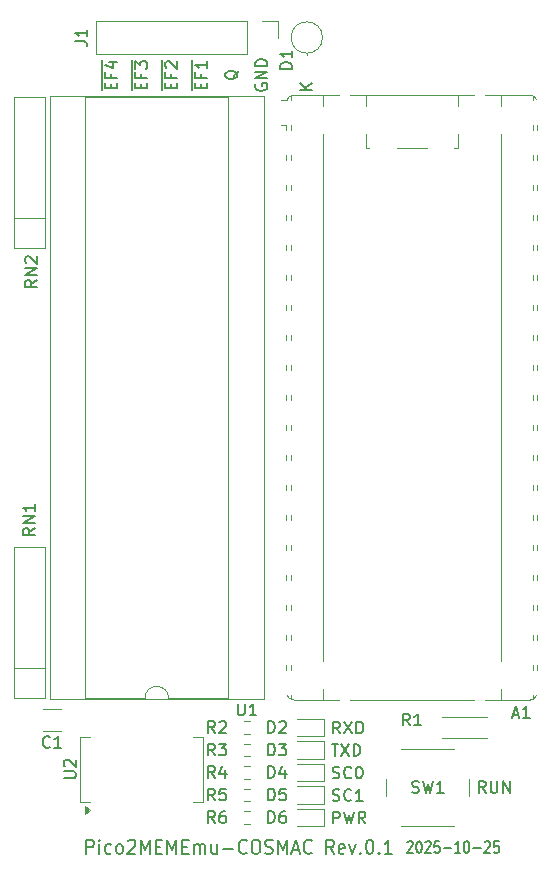
<source format=gto>
G04 #@! TF.GenerationSoftware,KiCad,Pcbnew,9.0.4-9.0.4-0~ubuntu22.04.1*
G04 #@! TF.CreationDate,2025-10-25T09:08:59+09:00*
G04 #@! TF.ProjectId,Pico2MEMEmuCosmac,5069636f-324d-4454-9d45-6d75436f736d,1.0*
G04 #@! TF.SameCoordinates,PX68e7780PY7270e00*
G04 #@! TF.FileFunction,Legend,Top*
G04 #@! TF.FilePolarity,Positive*
%FSLAX46Y46*%
G04 Gerber Fmt 4.6, Leading zero omitted, Abs format (unit mm)*
G04 Created by KiCad (PCBNEW 9.0.4-9.0.4-0~ubuntu22.04.1) date 2025-10-25 09:08:59*
%MOMM*%
%LPD*%
G01*
G04 APERTURE LIST*
%ADD10C,0.150000*%
%ADD11C,0.200000*%
%ADD12C,0.120000*%
G04 APERTURE END LIST*
D10*
X8676009Y65540953D02*
X8676009Y65874286D01*
X9199819Y66017143D02*
X9199819Y65540953D01*
X9199819Y65540953D02*
X8199819Y65540953D01*
X8199819Y65540953D02*
X8199819Y66017143D01*
X8676009Y66779048D02*
X8676009Y66445715D01*
X9199819Y66445715D02*
X8199819Y66445715D01*
X8199819Y66445715D02*
X8199819Y66921905D01*
X8533152Y67731429D02*
X9199819Y67731429D01*
X8152200Y67493334D02*
X8866485Y67255239D01*
X8866485Y67255239D02*
X8866485Y67874286D01*
X7922200Y65402857D02*
X7922200Y67917143D01*
X11216009Y65540953D02*
X11216009Y65874286D01*
X11739819Y66017143D02*
X11739819Y65540953D01*
X11739819Y65540953D02*
X10739819Y65540953D01*
X10739819Y65540953D02*
X10739819Y66017143D01*
X11216009Y66779048D02*
X11216009Y66445715D01*
X11739819Y66445715D02*
X10739819Y66445715D01*
X10739819Y66445715D02*
X10739819Y66921905D01*
X10739819Y67207620D02*
X10739819Y67826667D01*
X10739819Y67826667D02*
X11120771Y67493334D01*
X11120771Y67493334D02*
X11120771Y67636191D01*
X11120771Y67636191D02*
X11168390Y67731429D01*
X11168390Y67731429D02*
X11216009Y67779048D01*
X11216009Y67779048D02*
X11311247Y67826667D01*
X11311247Y67826667D02*
X11549342Y67826667D01*
X11549342Y67826667D02*
X11644580Y67779048D01*
X11644580Y67779048D02*
X11692200Y67731429D01*
X11692200Y67731429D02*
X11739819Y67636191D01*
X11739819Y67636191D02*
X11739819Y67350477D01*
X11739819Y67350477D02*
X11692200Y67255239D01*
X11692200Y67255239D02*
X11644580Y67207620D01*
X10462200Y65402857D02*
X10462200Y67917143D01*
X13756009Y65540953D02*
X13756009Y65874286D01*
X14279819Y66017143D02*
X14279819Y65540953D01*
X14279819Y65540953D02*
X13279819Y65540953D01*
X13279819Y65540953D02*
X13279819Y66017143D01*
X13756009Y66779048D02*
X13756009Y66445715D01*
X14279819Y66445715D02*
X13279819Y66445715D01*
X13279819Y66445715D02*
X13279819Y66921905D01*
X13375057Y67255239D02*
X13327438Y67302858D01*
X13327438Y67302858D02*
X13279819Y67398096D01*
X13279819Y67398096D02*
X13279819Y67636191D01*
X13279819Y67636191D02*
X13327438Y67731429D01*
X13327438Y67731429D02*
X13375057Y67779048D01*
X13375057Y67779048D02*
X13470295Y67826667D01*
X13470295Y67826667D02*
X13565533Y67826667D01*
X13565533Y67826667D02*
X13708390Y67779048D01*
X13708390Y67779048D02*
X14279819Y67207620D01*
X14279819Y67207620D02*
X14279819Y67826667D01*
X13002200Y65402857D02*
X13002200Y67917143D01*
X16296009Y65540953D02*
X16296009Y65874286D01*
X16819819Y66017143D02*
X16819819Y65540953D01*
X16819819Y65540953D02*
X15819819Y65540953D01*
X15819819Y65540953D02*
X15819819Y66017143D01*
X16296009Y66779048D02*
X16296009Y66445715D01*
X16819819Y66445715D02*
X15819819Y66445715D01*
X15819819Y66445715D02*
X15819819Y66921905D01*
X16819819Y67826667D02*
X16819819Y67255239D01*
X16819819Y67540953D02*
X15819819Y67540953D01*
X15819819Y67540953D02*
X15962676Y67445715D01*
X15962676Y67445715D02*
X16057914Y67350477D01*
X16057914Y67350477D02*
X16105533Y67255239D01*
X15542200Y65402857D02*
X15542200Y67917143D01*
X19455057Y67040953D02*
X19407438Y66945715D01*
X19407438Y66945715D02*
X19312200Y66850477D01*
X19312200Y66850477D02*
X19169342Y66707620D01*
X19169342Y66707620D02*
X19121723Y66612382D01*
X19121723Y66612382D02*
X19121723Y66517144D01*
X19359819Y66564763D02*
X19312200Y66469525D01*
X19312200Y66469525D02*
X19216961Y66374287D01*
X19216961Y66374287D02*
X19026485Y66326668D01*
X19026485Y66326668D02*
X18693152Y66326668D01*
X18693152Y66326668D02*
X18502676Y66374287D01*
X18502676Y66374287D02*
X18407438Y66469525D01*
X18407438Y66469525D02*
X18359819Y66564763D01*
X18359819Y66564763D02*
X18359819Y66755239D01*
X18359819Y66755239D02*
X18407438Y66850477D01*
X18407438Y66850477D02*
X18502676Y66945715D01*
X18502676Y66945715D02*
X18693152Y66993334D01*
X18693152Y66993334D02*
X19026485Y66993334D01*
X19026485Y66993334D02*
X19216961Y66945715D01*
X19216961Y66945715D02*
X19312200Y66850477D01*
X19312200Y66850477D02*
X19359819Y66755239D01*
X19359819Y66755239D02*
X19359819Y66564763D01*
X20947438Y65898096D02*
X20899819Y65802858D01*
X20899819Y65802858D02*
X20899819Y65660001D01*
X20899819Y65660001D02*
X20947438Y65517144D01*
X20947438Y65517144D02*
X21042676Y65421906D01*
X21042676Y65421906D02*
X21137914Y65374287D01*
X21137914Y65374287D02*
X21328390Y65326668D01*
X21328390Y65326668D02*
X21471247Y65326668D01*
X21471247Y65326668D02*
X21661723Y65374287D01*
X21661723Y65374287D02*
X21756961Y65421906D01*
X21756961Y65421906D02*
X21852200Y65517144D01*
X21852200Y65517144D02*
X21899819Y65660001D01*
X21899819Y65660001D02*
X21899819Y65755239D01*
X21899819Y65755239D02*
X21852200Y65898096D01*
X21852200Y65898096D02*
X21804580Y65945715D01*
X21804580Y65945715D02*
X21471247Y65945715D01*
X21471247Y65945715D02*
X21471247Y65755239D01*
X21899819Y66374287D02*
X20899819Y66374287D01*
X20899819Y66374287D02*
X21899819Y66945715D01*
X21899819Y66945715D02*
X20899819Y66945715D01*
X21899819Y67421906D02*
X20899819Y67421906D01*
X20899819Y67421906D02*
X20899819Y67660001D01*
X20899819Y67660001D02*
X20947438Y67802858D01*
X20947438Y67802858D02*
X21042676Y67898096D01*
X21042676Y67898096D02*
X21137914Y67945715D01*
X21137914Y67945715D02*
X21328390Y67993334D01*
X21328390Y67993334D02*
X21471247Y67993334D01*
X21471247Y67993334D02*
X21661723Y67945715D01*
X21661723Y67945715D02*
X21756961Y67898096D01*
X21756961Y67898096D02*
X21852200Y67802858D01*
X21852200Y67802858D02*
X21899819Y67660001D01*
X21899819Y67660001D02*
X21899819Y67421906D01*
X40391904Y5880181D02*
X40058571Y6356372D01*
X39820476Y5880181D02*
X39820476Y6880181D01*
X39820476Y6880181D02*
X40201428Y6880181D01*
X40201428Y6880181D02*
X40296666Y6832562D01*
X40296666Y6832562D02*
X40344285Y6784943D01*
X40344285Y6784943D02*
X40391904Y6689705D01*
X40391904Y6689705D02*
X40391904Y6546848D01*
X40391904Y6546848D02*
X40344285Y6451610D01*
X40344285Y6451610D02*
X40296666Y6403991D01*
X40296666Y6403991D02*
X40201428Y6356372D01*
X40201428Y6356372D02*
X39820476Y6356372D01*
X40820476Y6880181D02*
X40820476Y6070658D01*
X40820476Y6070658D02*
X40868095Y5975420D01*
X40868095Y5975420D02*
X40915714Y5927800D01*
X40915714Y5927800D02*
X41010952Y5880181D01*
X41010952Y5880181D02*
X41201428Y5880181D01*
X41201428Y5880181D02*
X41296666Y5927800D01*
X41296666Y5927800D02*
X41344285Y5975420D01*
X41344285Y5975420D02*
X41391904Y6070658D01*
X41391904Y6070658D02*
X41391904Y6880181D01*
X41868095Y5880181D02*
X41868095Y6880181D01*
X41868095Y6880181D02*
X42439523Y5880181D01*
X42439523Y5880181D02*
X42439523Y6880181D01*
X27496779Y3290181D02*
X27496779Y4290181D01*
X27496779Y4290181D02*
X27877731Y4290181D01*
X27877731Y4290181D02*
X27972969Y4242562D01*
X27972969Y4242562D02*
X28020588Y4194943D01*
X28020588Y4194943D02*
X28068207Y4099705D01*
X28068207Y4099705D02*
X28068207Y3956848D01*
X28068207Y3956848D02*
X28020588Y3861610D01*
X28020588Y3861610D02*
X27972969Y3813991D01*
X27972969Y3813991D02*
X27877731Y3766372D01*
X27877731Y3766372D02*
X27496779Y3766372D01*
X28401541Y4290181D02*
X28639636Y3290181D01*
X28639636Y3290181D02*
X28830112Y4004467D01*
X28830112Y4004467D02*
X29020588Y3290181D01*
X29020588Y3290181D02*
X29258684Y4290181D01*
X30211064Y3290181D02*
X29877731Y3766372D01*
X29639636Y3290181D02*
X29639636Y4290181D01*
X29639636Y4290181D02*
X30020588Y4290181D01*
X30020588Y4290181D02*
X30115826Y4242562D01*
X30115826Y4242562D02*
X30163445Y4194943D01*
X30163445Y4194943D02*
X30211064Y4099705D01*
X30211064Y4099705D02*
X30211064Y3956848D01*
X30211064Y3956848D02*
X30163445Y3861610D01*
X30163445Y3861610D02*
X30115826Y3813991D01*
X30115826Y3813991D02*
X30020588Y3766372D01*
X30020588Y3766372D02*
X29639636Y3766372D01*
X28068207Y10910181D02*
X27734874Y11386372D01*
X27496779Y10910181D02*
X27496779Y11910181D01*
X27496779Y11910181D02*
X27877731Y11910181D01*
X27877731Y11910181D02*
X27972969Y11862562D01*
X27972969Y11862562D02*
X28020588Y11814943D01*
X28020588Y11814943D02*
X28068207Y11719705D01*
X28068207Y11719705D02*
X28068207Y11576848D01*
X28068207Y11576848D02*
X28020588Y11481610D01*
X28020588Y11481610D02*
X27972969Y11433991D01*
X27972969Y11433991D02*
X27877731Y11386372D01*
X27877731Y11386372D02*
X27496779Y11386372D01*
X28401541Y11910181D02*
X29068207Y10910181D01*
X29068207Y11910181D02*
X28401541Y10910181D01*
X29449160Y10910181D02*
X29449160Y11910181D01*
X29449160Y11910181D02*
X29687255Y11910181D01*
X29687255Y11910181D02*
X29830112Y11862562D01*
X29830112Y11862562D02*
X29925350Y11767324D01*
X29925350Y11767324D02*
X29972969Y11672086D01*
X29972969Y11672086D02*
X30020588Y11481610D01*
X30020588Y11481610D02*
X30020588Y11338753D01*
X30020588Y11338753D02*
X29972969Y11148277D01*
X29972969Y11148277D02*
X29925350Y11053039D01*
X29925350Y11053039D02*
X29830112Y10957800D01*
X29830112Y10957800D02*
X29687255Y10910181D01*
X29687255Y10910181D02*
X29449160Y10910181D01*
D11*
X6598482Y710258D02*
X6598482Y1910258D01*
X6598482Y1910258D02*
X7017530Y1910258D01*
X7017530Y1910258D02*
X7122292Y1853115D01*
X7122292Y1853115D02*
X7174673Y1795972D01*
X7174673Y1795972D02*
X7227054Y1681686D01*
X7227054Y1681686D02*
X7227054Y1510258D01*
X7227054Y1510258D02*
X7174673Y1395972D01*
X7174673Y1395972D02*
X7122292Y1338829D01*
X7122292Y1338829D02*
X7017530Y1281686D01*
X7017530Y1281686D02*
X6598482Y1281686D01*
X7698482Y710258D02*
X7698482Y1510258D01*
X7698482Y1910258D02*
X7646101Y1853115D01*
X7646101Y1853115D02*
X7698482Y1795972D01*
X7698482Y1795972D02*
X7750863Y1853115D01*
X7750863Y1853115D02*
X7698482Y1910258D01*
X7698482Y1910258D02*
X7698482Y1795972D01*
X8693721Y767400D02*
X8588959Y710258D01*
X8588959Y710258D02*
X8379435Y710258D01*
X8379435Y710258D02*
X8274673Y767400D01*
X8274673Y767400D02*
X8222292Y824543D01*
X8222292Y824543D02*
X8169911Y938829D01*
X8169911Y938829D02*
X8169911Y1281686D01*
X8169911Y1281686D02*
X8222292Y1395972D01*
X8222292Y1395972D02*
X8274673Y1453115D01*
X8274673Y1453115D02*
X8379435Y1510258D01*
X8379435Y1510258D02*
X8588959Y1510258D01*
X8588959Y1510258D02*
X8693721Y1453115D01*
X9322292Y710258D02*
X9217530Y767400D01*
X9217530Y767400D02*
X9165149Y824543D01*
X9165149Y824543D02*
X9112768Y938829D01*
X9112768Y938829D02*
X9112768Y1281686D01*
X9112768Y1281686D02*
X9165149Y1395972D01*
X9165149Y1395972D02*
X9217530Y1453115D01*
X9217530Y1453115D02*
X9322292Y1510258D01*
X9322292Y1510258D02*
X9479435Y1510258D01*
X9479435Y1510258D02*
X9584197Y1453115D01*
X9584197Y1453115D02*
X9636578Y1395972D01*
X9636578Y1395972D02*
X9688959Y1281686D01*
X9688959Y1281686D02*
X9688959Y938829D01*
X9688959Y938829D02*
X9636578Y824543D01*
X9636578Y824543D02*
X9584197Y767400D01*
X9584197Y767400D02*
X9479435Y710258D01*
X9479435Y710258D02*
X9322292Y710258D01*
X10108006Y1795972D02*
X10160387Y1853115D01*
X10160387Y1853115D02*
X10265149Y1910258D01*
X10265149Y1910258D02*
X10527054Y1910258D01*
X10527054Y1910258D02*
X10631816Y1853115D01*
X10631816Y1853115D02*
X10684197Y1795972D01*
X10684197Y1795972D02*
X10736578Y1681686D01*
X10736578Y1681686D02*
X10736578Y1567400D01*
X10736578Y1567400D02*
X10684197Y1395972D01*
X10684197Y1395972D02*
X10055625Y710258D01*
X10055625Y710258D02*
X10736578Y710258D01*
X11208006Y710258D02*
X11208006Y1910258D01*
X11208006Y1910258D02*
X11574673Y1053115D01*
X11574673Y1053115D02*
X11941340Y1910258D01*
X11941340Y1910258D02*
X11941340Y710258D01*
X12465149Y1338829D02*
X12831816Y1338829D01*
X12988959Y710258D02*
X12465149Y710258D01*
X12465149Y710258D02*
X12465149Y1910258D01*
X12465149Y1910258D02*
X12988959Y1910258D01*
X13460387Y710258D02*
X13460387Y1910258D01*
X13460387Y1910258D02*
X13827054Y1053115D01*
X13827054Y1053115D02*
X14193721Y1910258D01*
X14193721Y1910258D02*
X14193721Y710258D01*
X14717530Y1338829D02*
X15084197Y1338829D01*
X15241340Y710258D02*
X14717530Y710258D01*
X14717530Y710258D02*
X14717530Y1910258D01*
X14717530Y1910258D02*
X15241340Y1910258D01*
X15712768Y710258D02*
X15712768Y1510258D01*
X15712768Y1395972D02*
X15765149Y1453115D01*
X15765149Y1453115D02*
X15869911Y1510258D01*
X15869911Y1510258D02*
X16027054Y1510258D01*
X16027054Y1510258D02*
X16131816Y1453115D01*
X16131816Y1453115D02*
X16184197Y1338829D01*
X16184197Y1338829D02*
X16184197Y710258D01*
X16184197Y1338829D02*
X16236578Y1453115D01*
X16236578Y1453115D02*
X16341340Y1510258D01*
X16341340Y1510258D02*
X16498483Y1510258D01*
X16498483Y1510258D02*
X16603244Y1453115D01*
X16603244Y1453115D02*
X16655625Y1338829D01*
X16655625Y1338829D02*
X16655625Y710258D01*
X17650864Y1510258D02*
X17650864Y710258D01*
X17179435Y1510258D02*
X17179435Y881686D01*
X17179435Y881686D02*
X17231816Y767400D01*
X17231816Y767400D02*
X17336578Y710258D01*
X17336578Y710258D02*
X17493721Y710258D01*
X17493721Y710258D02*
X17598483Y767400D01*
X17598483Y767400D02*
X17650864Y824543D01*
X18174673Y1167400D02*
X19012769Y1167400D01*
X20165150Y824543D02*
X20112769Y767400D01*
X20112769Y767400D02*
X19955626Y710258D01*
X19955626Y710258D02*
X19850864Y710258D01*
X19850864Y710258D02*
X19693721Y767400D01*
X19693721Y767400D02*
X19588959Y881686D01*
X19588959Y881686D02*
X19536578Y995972D01*
X19536578Y995972D02*
X19484197Y1224543D01*
X19484197Y1224543D02*
X19484197Y1395972D01*
X19484197Y1395972D02*
X19536578Y1624543D01*
X19536578Y1624543D02*
X19588959Y1738829D01*
X19588959Y1738829D02*
X19693721Y1853115D01*
X19693721Y1853115D02*
X19850864Y1910258D01*
X19850864Y1910258D02*
X19955626Y1910258D01*
X19955626Y1910258D02*
X20112769Y1853115D01*
X20112769Y1853115D02*
X20165150Y1795972D01*
X20846102Y1910258D02*
X21055626Y1910258D01*
X21055626Y1910258D02*
X21160388Y1853115D01*
X21160388Y1853115D02*
X21265150Y1738829D01*
X21265150Y1738829D02*
X21317531Y1510258D01*
X21317531Y1510258D02*
X21317531Y1110258D01*
X21317531Y1110258D02*
X21265150Y881686D01*
X21265150Y881686D02*
X21160388Y767400D01*
X21160388Y767400D02*
X21055626Y710258D01*
X21055626Y710258D02*
X20846102Y710258D01*
X20846102Y710258D02*
X20741340Y767400D01*
X20741340Y767400D02*
X20636578Y881686D01*
X20636578Y881686D02*
X20584197Y1110258D01*
X20584197Y1110258D02*
X20584197Y1510258D01*
X20584197Y1510258D02*
X20636578Y1738829D01*
X20636578Y1738829D02*
X20741340Y1853115D01*
X20741340Y1853115D02*
X20846102Y1910258D01*
X21736578Y767400D02*
X21893721Y710258D01*
X21893721Y710258D02*
X22155626Y710258D01*
X22155626Y710258D02*
X22260388Y767400D01*
X22260388Y767400D02*
X22312769Y824543D01*
X22312769Y824543D02*
X22365150Y938829D01*
X22365150Y938829D02*
X22365150Y1053115D01*
X22365150Y1053115D02*
X22312769Y1167400D01*
X22312769Y1167400D02*
X22260388Y1224543D01*
X22260388Y1224543D02*
X22155626Y1281686D01*
X22155626Y1281686D02*
X21946102Y1338829D01*
X21946102Y1338829D02*
X21841340Y1395972D01*
X21841340Y1395972D02*
X21788959Y1453115D01*
X21788959Y1453115D02*
X21736578Y1567400D01*
X21736578Y1567400D02*
X21736578Y1681686D01*
X21736578Y1681686D02*
X21788959Y1795972D01*
X21788959Y1795972D02*
X21841340Y1853115D01*
X21841340Y1853115D02*
X21946102Y1910258D01*
X21946102Y1910258D02*
X22208007Y1910258D01*
X22208007Y1910258D02*
X22365150Y1853115D01*
X22836578Y710258D02*
X22836578Y1910258D01*
X22836578Y1910258D02*
X23203245Y1053115D01*
X23203245Y1053115D02*
X23569912Y1910258D01*
X23569912Y1910258D02*
X23569912Y710258D01*
X24041340Y1053115D02*
X24565150Y1053115D01*
X23936578Y710258D02*
X24303245Y1910258D01*
X24303245Y1910258D02*
X24669912Y710258D01*
X25665150Y824543D02*
X25612769Y767400D01*
X25612769Y767400D02*
X25455626Y710258D01*
X25455626Y710258D02*
X25350864Y710258D01*
X25350864Y710258D02*
X25193721Y767400D01*
X25193721Y767400D02*
X25088959Y881686D01*
X25088959Y881686D02*
X25036578Y995972D01*
X25036578Y995972D02*
X24984197Y1224543D01*
X24984197Y1224543D02*
X24984197Y1395972D01*
X24984197Y1395972D02*
X25036578Y1624543D01*
X25036578Y1624543D02*
X25088959Y1738829D01*
X25088959Y1738829D02*
X25193721Y1853115D01*
X25193721Y1853115D02*
X25350864Y1910258D01*
X25350864Y1910258D02*
X25455626Y1910258D01*
X25455626Y1910258D02*
X25612769Y1853115D01*
X25612769Y1853115D02*
X25665150Y1795972D01*
D10*
X27353922Y10005181D02*
X27925350Y10005181D01*
X27639636Y9005181D02*
X27639636Y10005181D01*
X28163446Y10005181D02*
X28830112Y9005181D01*
X28830112Y10005181D02*
X28163446Y9005181D01*
X29211065Y9005181D02*
X29211065Y10005181D01*
X29211065Y10005181D02*
X29449160Y10005181D01*
X29449160Y10005181D02*
X29592017Y9957562D01*
X29592017Y9957562D02*
X29687255Y9862324D01*
X29687255Y9862324D02*
X29734874Y9767086D01*
X29734874Y9767086D02*
X29782493Y9576610D01*
X29782493Y9576610D02*
X29782493Y9433753D01*
X29782493Y9433753D02*
X29734874Y9243277D01*
X29734874Y9243277D02*
X29687255Y9148039D01*
X29687255Y9148039D02*
X29592017Y9052800D01*
X29592017Y9052800D02*
X29449160Y9005181D01*
X29449160Y9005181D02*
X29211065Y9005181D01*
X27449160Y5242800D02*
X27592017Y5195181D01*
X27592017Y5195181D02*
X27830112Y5195181D01*
X27830112Y5195181D02*
X27925350Y5242800D01*
X27925350Y5242800D02*
X27972969Y5290420D01*
X27972969Y5290420D02*
X28020588Y5385658D01*
X28020588Y5385658D02*
X28020588Y5480896D01*
X28020588Y5480896D02*
X27972969Y5576134D01*
X27972969Y5576134D02*
X27925350Y5623753D01*
X27925350Y5623753D02*
X27830112Y5671372D01*
X27830112Y5671372D02*
X27639636Y5718991D01*
X27639636Y5718991D02*
X27544398Y5766610D01*
X27544398Y5766610D02*
X27496779Y5814229D01*
X27496779Y5814229D02*
X27449160Y5909467D01*
X27449160Y5909467D02*
X27449160Y6004705D01*
X27449160Y6004705D02*
X27496779Y6099943D01*
X27496779Y6099943D02*
X27544398Y6147562D01*
X27544398Y6147562D02*
X27639636Y6195181D01*
X27639636Y6195181D02*
X27877731Y6195181D01*
X27877731Y6195181D02*
X28020588Y6147562D01*
X29020588Y5290420D02*
X28972969Y5242800D01*
X28972969Y5242800D02*
X28830112Y5195181D01*
X28830112Y5195181D02*
X28734874Y5195181D01*
X28734874Y5195181D02*
X28592017Y5242800D01*
X28592017Y5242800D02*
X28496779Y5338039D01*
X28496779Y5338039D02*
X28449160Y5433277D01*
X28449160Y5433277D02*
X28401541Y5623753D01*
X28401541Y5623753D02*
X28401541Y5766610D01*
X28401541Y5766610D02*
X28449160Y5957086D01*
X28449160Y5957086D02*
X28496779Y6052324D01*
X28496779Y6052324D02*
X28592017Y6147562D01*
X28592017Y6147562D02*
X28734874Y6195181D01*
X28734874Y6195181D02*
X28830112Y6195181D01*
X28830112Y6195181D02*
X28972969Y6147562D01*
X28972969Y6147562D02*
X29020588Y6099943D01*
X29972969Y5195181D02*
X29401541Y5195181D01*
X29687255Y5195181D02*
X29687255Y6195181D01*
X29687255Y6195181D02*
X29592017Y6052324D01*
X29592017Y6052324D02*
X29496779Y5957086D01*
X29496779Y5957086D02*
X29401541Y5909467D01*
X27449160Y7147800D02*
X27592017Y7100181D01*
X27592017Y7100181D02*
X27830112Y7100181D01*
X27830112Y7100181D02*
X27925350Y7147800D01*
X27925350Y7147800D02*
X27972969Y7195420D01*
X27972969Y7195420D02*
X28020588Y7290658D01*
X28020588Y7290658D02*
X28020588Y7385896D01*
X28020588Y7385896D02*
X27972969Y7481134D01*
X27972969Y7481134D02*
X27925350Y7528753D01*
X27925350Y7528753D02*
X27830112Y7576372D01*
X27830112Y7576372D02*
X27639636Y7623991D01*
X27639636Y7623991D02*
X27544398Y7671610D01*
X27544398Y7671610D02*
X27496779Y7719229D01*
X27496779Y7719229D02*
X27449160Y7814467D01*
X27449160Y7814467D02*
X27449160Y7909705D01*
X27449160Y7909705D02*
X27496779Y8004943D01*
X27496779Y8004943D02*
X27544398Y8052562D01*
X27544398Y8052562D02*
X27639636Y8100181D01*
X27639636Y8100181D02*
X27877731Y8100181D01*
X27877731Y8100181D02*
X28020588Y8052562D01*
X29020588Y7195420D02*
X28972969Y7147800D01*
X28972969Y7147800D02*
X28830112Y7100181D01*
X28830112Y7100181D02*
X28734874Y7100181D01*
X28734874Y7100181D02*
X28592017Y7147800D01*
X28592017Y7147800D02*
X28496779Y7243039D01*
X28496779Y7243039D02*
X28449160Y7338277D01*
X28449160Y7338277D02*
X28401541Y7528753D01*
X28401541Y7528753D02*
X28401541Y7671610D01*
X28401541Y7671610D02*
X28449160Y7862086D01*
X28449160Y7862086D02*
X28496779Y7957324D01*
X28496779Y7957324D02*
X28592017Y8052562D01*
X28592017Y8052562D02*
X28734874Y8100181D01*
X28734874Y8100181D02*
X28830112Y8100181D01*
X28830112Y8100181D02*
X28972969Y8052562D01*
X28972969Y8052562D02*
X29020588Y8004943D01*
X29639636Y8100181D02*
X29734874Y8100181D01*
X29734874Y8100181D02*
X29830112Y8052562D01*
X29830112Y8052562D02*
X29877731Y8004943D01*
X29877731Y8004943D02*
X29925350Y7909705D01*
X29925350Y7909705D02*
X29972969Y7719229D01*
X29972969Y7719229D02*
X29972969Y7481134D01*
X29972969Y7481134D02*
X29925350Y7290658D01*
X29925350Y7290658D02*
X29877731Y7195420D01*
X29877731Y7195420D02*
X29830112Y7147800D01*
X29830112Y7147800D02*
X29734874Y7100181D01*
X29734874Y7100181D02*
X29639636Y7100181D01*
X29639636Y7100181D02*
X29544398Y7147800D01*
X29544398Y7147800D02*
X29496779Y7195420D01*
X29496779Y7195420D02*
X29449160Y7290658D01*
X29449160Y7290658D02*
X29401541Y7481134D01*
X29401541Y7481134D02*
X29401541Y7719229D01*
X29401541Y7719229D02*
X29449160Y7909705D01*
X29449160Y7909705D02*
X29496779Y8004943D01*
X29496779Y8004943D02*
X29544398Y8052562D01*
X29544398Y8052562D02*
X29639636Y8100181D01*
X33761064Y1704943D02*
X33799160Y1752562D01*
X33799160Y1752562D02*
X33875350Y1800181D01*
X33875350Y1800181D02*
X34065826Y1800181D01*
X34065826Y1800181D02*
X34142017Y1752562D01*
X34142017Y1752562D02*
X34180112Y1704943D01*
X34180112Y1704943D02*
X34218207Y1609705D01*
X34218207Y1609705D02*
X34218207Y1514467D01*
X34218207Y1514467D02*
X34180112Y1371610D01*
X34180112Y1371610D02*
X33722969Y800181D01*
X33722969Y800181D02*
X34218207Y800181D01*
X34713446Y1800181D02*
X34789636Y1800181D01*
X34789636Y1800181D02*
X34865827Y1752562D01*
X34865827Y1752562D02*
X34903922Y1704943D01*
X34903922Y1704943D02*
X34942017Y1609705D01*
X34942017Y1609705D02*
X34980112Y1419229D01*
X34980112Y1419229D02*
X34980112Y1181134D01*
X34980112Y1181134D02*
X34942017Y990658D01*
X34942017Y990658D02*
X34903922Y895420D01*
X34903922Y895420D02*
X34865827Y847800D01*
X34865827Y847800D02*
X34789636Y800181D01*
X34789636Y800181D02*
X34713446Y800181D01*
X34713446Y800181D02*
X34637255Y847800D01*
X34637255Y847800D02*
X34599160Y895420D01*
X34599160Y895420D02*
X34561065Y990658D01*
X34561065Y990658D02*
X34522969Y1181134D01*
X34522969Y1181134D02*
X34522969Y1419229D01*
X34522969Y1419229D02*
X34561065Y1609705D01*
X34561065Y1609705D02*
X34599160Y1704943D01*
X34599160Y1704943D02*
X34637255Y1752562D01*
X34637255Y1752562D02*
X34713446Y1800181D01*
X35284874Y1704943D02*
X35322970Y1752562D01*
X35322970Y1752562D02*
X35399160Y1800181D01*
X35399160Y1800181D02*
X35589636Y1800181D01*
X35589636Y1800181D02*
X35665827Y1752562D01*
X35665827Y1752562D02*
X35703922Y1704943D01*
X35703922Y1704943D02*
X35742017Y1609705D01*
X35742017Y1609705D02*
X35742017Y1514467D01*
X35742017Y1514467D02*
X35703922Y1371610D01*
X35703922Y1371610D02*
X35246779Y800181D01*
X35246779Y800181D02*
X35742017Y800181D01*
X36465827Y1800181D02*
X36084875Y1800181D01*
X36084875Y1800181D02*
X36046779Y1323991D01*
X36046779Y1323991D02*
X36084875Y1371610D01*
X36084875Y1371610D02*
X36161065Y1419229D01*
X36161065Y1419229D02*
X36351541Y1419229D01*
X36351541Y1419229D02*
X36427732Y1371610D01*
X36427732Y1371610D02*
X36465827Y1323991D01*
X36465827Y1323991D02*
X36503922Y1228753D01*
X36503922Y1228753D02*
X36503922Y990658D01*
X36503922Y990658D02*
X36465827Y895420D01*
X36465827Y895420D02*
X36427732Y847800D01*
X36427732Y847800D02*
X36351541Y800181D01*
X36351541Y800181D02*
X36161065Y800181D01*
X36161065Y800181D02*
X36084875Y847800D01*
X36084875Y847800D02*
X36046779Y895420D01*
X36846780Y1181134D02*
X37456304Y1181134D01*
X38256303Y800181D02*
X37799160Y800181D01*
X38027732Y800181D02*
X38027732Y1800181D01*
X38027732Y1800181D02*
X37951541Y1657324D01*
X37951541Y1657324D02*
X37875351Y1562086D01*
X37875351Y1562086D02*
X37799160Y1514467D01*
X38751542Y1800181D02*
X38827732Y1800181D01*
X38827732Y1800181D02*
X38903923Y1752562D01*
X38903923Y1752562D02*
X38942018Y1704943D01*
X38942018Y1704943D02*
X38980113Y1609705D01*
X38980113Y1609705D02*
X39018208Y1419229D01*
X39018208Y1419229D02*
X39018208Y1181134D01*
X39018208Y1181134D02*
X38980113Y990658D01*
X38980113Y990658D02*
X38942018Y895420D01*
X38942018Y895420D02*
X38903923Y847800D01*
X38903923Y847800D02*
X38827732Y800181D01*
X38827732Y800181D02*
X38751542Y800181D01*
X38751542Y800181D02*
X38675351Y847800D01*
X38675351Y847800D02*
X38637256Y895420D01*
X38637256Y895420D02*
X38599161Y990658D01*
X38599161Y990658D02*
X38561065Y1181134D01*
X38561065Y1181134D02*
X38561065Y1419229D01*
X38561065Y1419229D02*
X38599161Y1609705D01*
X38599161Y1609705D02*
X38637256Y1704943D01*
X38637256Y1704943D02*
X38675351Y1752562D01*
X38675351Y1752562D02*
X38751542Y1800181D01*
X39361066Y1181134D02*
X39970590Y1181134D01*
X40313446Y1704943D02*
X40351542Y1752562D01*
X40351542Y1752562D02*
X40427732Y1800181D01*
X40427732Y1800181D02*
X40618208Y1800181D01*
X40618208Y1800181D02*
X40694399Y1752562D01*
X40694399Y1752562D02*
X40732494Y1704943D01*
X40732494Y1704943D02*
X40770589Y1609705D01*
X40770589Y1609705D02*
X40770589Y1514467D01*
X40770589Y1514467D02*
X40732494Y1371610D01*
X40732494Y1371610D02*
X40275351Y800181D01*
X40275351Y800181D02*
X40770589Y800181D01*
X41494399Y1800181D02*
X41113447Y1800181D01*
X41113447Y1800181D02*
X41075351Y1323991D01*
X41075351Y1323991D02*
X41113447Y1371610D01*
X41113447Y1371610D02*
X41189637Y1419229D01*
X41189637Y1419229D02*
X41380113Y1419229D01*
X41380113Y1419229D02*
X41456304Y1371610D01*
X41456304Y1371610D02*
X41494399Y1323991D01*
X41494399Y1323991D02*
X41532494Y1228753D01*
X41532494Y1228753D02*
X41532494Y990658D01*
X41532494Y990658D02*
X41494399Y895420D01*
X41494399Y895420D02*
X41456304Y847800D01*
X41456304Y847800D02*
X41380113Y800181D01*
X41380113Y800181D02*
X41189637Y800181D01*
X41189637Y800181D02*
X41113447Y847800D01*
X41113447Y847800D02*
X41075351Y895420D01*
D11*
X27547054Y710258D02*
X27180387Y1281686D01*
X26918482Y710258D02*
X26918482Y1910258D01*
X26918482Y1910258D02*
X27337530Y1910258D01*
X27337530Y1910258D02*
X27442292Y1853115D01*
X27442292Y1853115D02*
X27494673Y1795972D01*
X27494673Y1795972D02*
X27547054Y1681686D01*
X27547054Y1681686D02*
X27547054Y1510258D01*
X27547054Y1510258D02*
X27494673Y1395972D01*
X27494673Y1395972D02*
X27442292Y1338829D01*
X27442292Y1338829D02*
X27337530Y1281686D01*
X27337530Y1281686D02*
X26918482Y1281686D01*
X28437530Y767400D02*
X28332768Y710258D01*
X28332768Y710258D02*
X28123244Y710258D01*
X28123244Y710258D02*
X28018482Y767400D01*
X28018482Y767400D02*
X27966101Y881686D01*
X27966101Y881686D02*
X27966101Y1338829D01*
X27966101Y1338829D02*
X28018482Y1453115D01*
X28018482Y1453115D02*
X28123244Y1510258D01*
X28123244Y1510258D02*
X28332768Y1510258D01*
X28332768Y1510258D02*
X28437530Y1453115D01*
X28437530Y1453115D02*
X28489911Y1338829D01*
X28489911Y1338829D02*
X28489911Y1224543D01*
X28489911Y1224543D02*
X27966101Y1110258D01*
X28856577Y1510258D02*
X29118482Y710258D01*
X29118482Y710258D02*
X29380387Y1510258D01*
X29799434Y824543D02*
X29851815Y767400D01*
X29851815Y767400D02*
X29799434Y710258D01*
X29799434Y710258D02*
X29747053Y767400D01*
X29747053Y767400D02*
X29799434Y824543D01*
X29799434Y824543D02*
X29799434Y710258D01*
X30532768Y1910258D02*
X30637530Y1910258D01*
X30637530Y1910258D02*
X30742292Y1853115D01*
X30742292Y1853115D02*
X30794673Y1795972D01*
X30794673Y1795972D02*
X30847054Y1681686D01*
X30847054Y1681686D02*
X30899435Y1453115D01*
X30899435Y1453115D02*
X30899435Y1167400D01*
X30899435Y1167400D02*
X30847054Y938829D01*
X30847054Y938829D02*
X30794673Y824543D01*
X30794673Y824543D02*
X30742292Y767400D01*
X30742292Y767400D02*
X30637530Y710258D01*
X30637530Y710258D02*
X30532768Y710258D01*
X30532768Y710258D02*
X30428006Y767400D01*
X30428006Y767400D02*
X30375625Y824543D01*
X30375625Y824543D02*
X30323244Y938829D01*
X30323244Y938829D02*
X30270863Y1167400D01*
X30270863Y1167400D02*
X30270863Y1453115D01*
X30270863Y1453115D02*
X30323244Y1681686D01*
X30323244Y1681686D02*
X30375625Y1795972D01*
X30375625Y1795972D02*
X30428006Y1853115D01*
X30428006Y1853115D02*
X30532768Y1910258D01*
X31370863Y824543D02*
X31423244Y767400D01*
X31423244Y767400D02*
X31370863Y710258D01*
X31370863Y710258D02*
X31318482Y767400D01*
X31318482Y767400D02*
X31370863Y824543D01*
X31370863Y824543D02*
X31370863Y710258D01*
X32470864Y710258D02*
X31842292Y710258D01*
X32156578Y710258D02*
X32156578Y1910258D01*
X32156578Y1910258D02*
X32051816Y1738829D01*
X32051816Y1738829D02*
X31947054Y1624543D01*
X31947054Y1624543D02*
X31842292Y1567400D01*
D10*
X4689819Y7130596D02*
X5499342Y7130596D01*
X5499342Y7130596D02*
X5594580Y7178215D01*
X5594580Y7178215D02*
X5642200Y7225834D01*
X5642200Y7225834D02*
X5689819Y7321072D01*
X5689819Y7321072D02*
X5689819Y7511548D01*
X5689819Y7511548D02*
X5642200Y7606786D01*
X5642200Y7606786D02*
X5594580Y7654405D01*
X5594580Y7654405D02*
X5499342Y7702024D01*
X5499342Y7702024D02*
X4689819Y7702024D01*
X4785057Y8130596D02*
X4737438Y8178215D01*
X4737438Y8178215D02*
X4689819Y8273453D01*
X4689819Y8273453D02*
X4689819Y8511548D01*
X4689819Y8511548D02*
X4737438Y8606786D01*
X4737438Y8606786D02*
X4785057Y8654405D01*
X4785057Y8654405D02*
X4880295Y8702024D01*
X4880295Y8702024D02*
X4975533Y8702024D01*
X4975533Y8702024D02*
X5118390Y8654405D01*
X5118390Y8654405D02*
X5689819Y8082977D01*
X5689819Y8082977D02*
X5689819Y8702024D01*
X19413095Y13440181D02*
X19413095Y12630658D01*
X19413095Y12630658D02*
X19460714Y12535420D01*
X19460714Y12535420D02*
X19508333Y12487800D01*
X19508333Y12487800D02*
X19603571Y12440181D01*
X19603571Y12440181D02*
X19794047Y12440181D01*
X19794047Y12440181D02*
X19889285Y12487800D01*
X19889285Y12487800D02*
X19936904Y12535420D01*
X19936904Y12535420D02*
X19984523Y12630658D01*
X19984523Y12630658D02*
X19984523Y13440181D01*
X20984523Y12440181D02*
X20413095Y12440181D01*
X20698809Y12440181D02*
X20698809Y13440181D01*
X20698809Y13440181D02*
X20603571Y13297324D01*
X20603571Y13297324D02*
X20508333Y13202086D01*
X20508333Y13202086D02*
X20413095Y13154467D01*
X42689160Y12515896D02*
X43165350Y12515896D01*
X42593922Y12230181D02*
X42927255Y13230181D01*
X42927255Y13230181D02*
X43260588Y12230181D01*
X44117731Y12230181D02*
X43546303Y12230181D01*
X43832017Y12230181D02*
X43832017Y13230181D01*
X43832017Y13230181D02*
X43736779Y13087324D01*
X43736779Y13087324D02*
X43641541Y12992086D01*
X43641541Y12992086D02*
X43546303Y12944467D01*
X21976905Y3340181D02*
X21976905Y4340181D01*
X21976905Y4340181D02*
X22215000Y4340181D01*
X22215000Y4340181D02*
X22357857Y4292562D01*
X22357857Y4292562D02*
X22453095Y4197324D01*
X22453095Y4197324D02*
X22500714Y4102086D01*
X22500714Y4102086D02*
X22548333Y3911610D01*
X22548333Y3911610D02*
X22548333Y3768753D01*
X22548333Y3768753D02*
X22500714Y3578277D01*
X22500714Y3578277D02*
X22453095Y3483039D01*
X22453095Y3483039D02*
X22357857Y3387800D01*
X22357857Y3387800D02*
X22215000Y3340181D01*
X22215000Y3340181D02*
X21976905Y3340181D01*
X23405476Y4340181D02*
X23215000Y4340181D01*
X23215000Y4340181D02*
X23119762Y4292562D01*
X23119762Y4292562D02*
X23072143Y4244943D01*
X23072143Y4244943D02*
X22976905Y4102086D01*
X22976905Y4102086D02*
X22929286Y3911610D01*
X22929286Y3911610D02*
X22929286Y3530658D01*
X22929286Y3530658D02*
X22976905Y3435420D01*
X22976905Y3435420D02*
X23024524Y3387800D01*
X23024524Y3387800D02*
X23119762Y3340181D01*
X23119762Y3340181D02*
X23310238Y3340181D01*
X23310238Y3340181D02*
X23405476Y3387800D01*
X23405476Y3387800D02*
X23453095Y3435420D01*
X23453095Y3435420D02*
X23500714Y3530658D01*
X23500714Y3530658D02*
X23500714Y3768753D01*
X23500714Y3768753D02*
X23453095Y3863991D01*
X23453095Y3863991D02*
X23405476Y3911610D01*
X23405476Y3911610D02*
X23310238Y3959229D01*
X23310238Y3959229D02*
X23119762Y3959229D01*
X23119762Y3959229D02*
X23024524Y3911610D01*
X23024524Y3911610D02*
X22976905Y3863991D01*
X22976905Y3863991D02*
X22929286Y3768753D01*
X21976905Y5245181D02*
X21976905Y6245181D01*
X21976905Y6245181D02*
X22215000Y6245181D01*
X22215000Y6245181D02*
X22357857Y6197562D01*
X22357857Y6197562D02*
X22453095Y6102324D01*
X22453095Y6102324D02*
X22500714Y6007086D01*
X22500714Y6007086D02*
X22548333Y5816610D01*
X22548333Y5816610D02*
X22548333Y5673753D01*
X22548333Y5673753D02*
X22500714Y5483277D01*
X22500714Y5483277D02*
X22453095Y5388039D01*
X22453095Y5388039D02*
X22357857Y5292800D01*
X22357857Y5292800D02*
X22215000Y5245181D01*
X22215000Y5245181D02*
X21976905Y5245181D01*
X23453095Y6245181D02*
X22976905Y6245181D01*
X22976905Y6245181D02*
X22929286Y5768991D01*
X22929286Y5768991D02*
X22976905Y5816610D01*
X22976905Y5816610D02*
X23072143Y5864229D01*
X23072143Y5864229D02*
X23310238Y5864229D01*
X23310238Y5864229D02*
X23405476Y5816610D01*
X23405476Y5816610D02*
X23453095Y5768991D01*
X23453095Y5768991D02*
X23500714Y5673753D01*
X23500714Y5673753D02*
X23500714Y5435658D01*
X23500714Y5435658D02*
X23453095Y5340420D01*
X23453095Y5340420D02*
X23405476Y5292800D01*
X23405476Y5292800D02*
X23310238Y5245181D01*
X23310238Y5245181D02*
X23072143Y5245181D01*
X23072143Y5245181D02*
X22976905Y5292800D01*
X22976905Y5292800D02*
X22929286Y5340420D01*
X21976905Y7150181D02*
X21976905Y8150181D01*
X21976905Y8150181D02*
X22215000Y8150181D01*
X22215000Y8150181D02*
X22357857Y8102562D01*
X22357857Y8102562D02*
X22453095Y8007324D01*
X22453095Y8007324D02*
X22500714Y7912086D01*
X22500714Y7912086D02*
X22548333Y7721610D01*
X22548333Y7721610D02*
X22548333Y7578753D01*
X22548333Y7578753D02*
X22500714Y7388277D01*
X22500714Y7388277D02*
X22453095Y7293039D01*
X22453095Y7293039D02*
X22357857Y7197800D01*
X22357857Y7197800D02*
X22215000Y7150181D01*
X22215000Y7150181D02*
X21976905Y7150181D01*
X23405476Y7816848D02*
X23405476Y7150181D01*
X23167381Y8197800D02*
X22929286Y7483515D01*
X22929286Y7483515D02*
X23548333Y7483515D01*
X17468333Y3340181D02*
X17135000Y3816372D01*
X16896905Y3340181D02*
X16896905Y4340181D01*
X16896905Y4340181D02*
X17277857Y4340181D01*
X17277857Y4340181D02*
X17373095Y4292562D01*
X17373095Y4292562D02*
X17420714Y4244943D01*
X17420714Y4244943D02*
X17468333Y4149705D01*
X17468333Y4149705D02*
X17468333Y4006848D01*
X17468333Y4006848D02*
X17420714Y3911610D01*
X17420714Y3911610D02*
X17373095Y3863991D01*
X17373095Y3863991D02*
X17277857Y3816372D01*
X17277857Y3816372D02*
X16896905Y3816372D01*
X18325476Y4340181D02*
X18135000Y4340181D01*
X18135000Y4340181D02*
X18039762Y4292562D01*
X18039762Y4292562D02*
X17992143Y4244943D01*
X17992143Y4244943D02*
X17896905Y4102086D01*
X17896905Y4102086D02*
X17849286Y3911610D01*
X17849286Y3911610D02*
X17849286Y3530658D01*
X17849286Y3530658D02*
X17896905Y3435420D01*
X17896905Y3435420D02*
X17944524Y3387800D01*
X17944524Y3387800D02*
X18039762Y3340181D01*
X18039762Y3340181D02*
X18230238Y3340181D01*
X18230238Y3340181D02*
X18325476Y3387800D01*
X18325476Y3387800D02*
X18373095Y3435420D01*
X18373095Y3435420D02*
X18420714Y3530658D01*
X18420714Y3530658D02*
X18420714Y3768753D01*
X18420714Y3768753D02*
X18373095Y3863991D01*
X18373095Y3863991D02*
X18325476Y3911610D01*
X18325476Y3911610D02*
X18230238Y3959229D01*
X18230238Y3959229D02*
X18039762Y3959229D01*
X18039762Y3959229D02*
X17944524Y3911610D01*
X17944524Y3911610D02*
X17896905Y3863991D01*
X17896905Y3863991D02*
X17849286Y3768753D01*
X21976905Y10960181D02*
X21976905Y11960181D01*
X21976905Y11960181D02*
X22215000Y11960181D01*
X22215000Y11960181D02*
X22357857Y11912562D01*
X22357857Y11912562D02*
X22453095Y11817324D01*
X22453095Y11817324D02*
X22500714Y11722086D01*
X22500714Y11722086D02*
X22548333Y11531610D01*
X22548333Y11531610D02*
X22548333Y11388753D01*
X22548333Y11388753D02*
X22500714Y11198277D01*
X22500714Y11198277D02*
X22453095Y11103039D01*
X22453095Y11103039D02*
X22357857Y11007800D01*
X22357857Y11007800D02*
X22215000Y10960181D01*
X22215000Y10960181D02*
X21976905Y10960181D01*
X22929286Y11864943D02*
X22976905Y11912562D01*
X22976905Y11912562D02*
X23072143Y11960181D01*
X23072143Y11960181D02*
X23310238Y11960181D01*
X23310238Y11960181D02*
X23405476Y11912562D01*
X23405476Y11912562D02*
X23453095Y11864943D01*
X23453095Y11864943D02*
X23500714Y11769705D01*
X23500714Y11769705D02*
X23500714Y11674467D01*
X23500714Y11674467D02*
X23453095Y11531610D01*
X23453095Y11531610D02*
X22881667Y10960181D01*
X22881667Y10960181D02*
X23500714Y10960181D01*
X17468333Y10960181D02*
X17135000Y11436372D01*
X16896905Y10960181D02*
X16896905Y11960181D01*
X16896905Y11960181D02*
X17277857Y11960181D01*
X17277857Y11960181D02*
X17373095Y11912562D01*
X17373095Y11912562D02*
X17420714Y11864943D01*
X17420714Y11864943D02*
X17468333Y11769705D01*
X17468333Y11769705D02*
X17468333Y11626848D01*
X17468333Y11626848D02*
X17420714Y11531610D01*
X17420714Y11531610D02*
X17373095Y11483991D01*
X17373095Y11483991D02*
X17277857Y11436372D01*
X17277857Y11436372D02*
X16896905Y11436372D01*
X17849286Y11864943D02*
X17896905Y11912562D01*
X17896905Y11912562D02*
X17992143Y11960181D01*
X17992143Y11960181D02*
X18230238Y11960181D01*
X18230238Y11960181D02*
X18325476Y11912562D01*
X18325476Y11912562D02*
X18373095Y11864943D01*
X18373095Y11864943D02*
X18420714Y11769705D01*
X18420714Y11769705D02*
X18420714Y11674467D01*
X18420714Y11674467D02*
X18373095Y11531610D01*
X18373095Y11531610D02*
X17801667Y10960181D01*
X17801667Y10960181D02*
X18420714Y10960181D01*
X17468333Y9055181D02*
X17135000Y9531372D01*
X16896905Y9055181D02*
X16896905Y10055181D01*
X16896905Y10055181D02*
X17277857Y10055181D01*
X17277857Y10055181D02*
X17373095Y10007562D01*
X17373095Y10007562D02*
X17420714Y9959943D01*
X17420714Y9959943D02*
X17468333Y9864705D01*
X17468333Y9864705D02*
X17468333Y9721848D01*
X17468333Y9721848D02*
X17420714Y9626610D01*
X17420714Y9626610D02*
X17373095Y9578991D01*
X17373095Y9578991D02*
X17277857Y9531372D01*
X17277857Y9531372D02*
X16896905Y9531372D01*
X17801667Y10055181D02*
X18420714Y10055181D01*
X18420714Y10055181D02*
X18087381Y9674229D01*
X18087381Y9674229D02*
X18230238Y9674229D01*
X18230238Y9674229D02*
X18325476Y9626610D01*
X18325476Y9626610D02*
X18373095Y9578991D01*
X18373095Y9578991D02*
X18420714Y9483753D01*
X18420714Y9483753D02*
X18420714Y9245658D01*
X18420714Y9245658D02*
X18373095Y9150420D01*
X18373095Y9150420D02*
X18325476Y9102800D01*
X18325476Y9102800D02*
X18230238Y9055181D01*
X18230238Y9055181D02*
X17944524Y9055181D01*
X17944524Y9055181D02*
X17849286Y9102800D01*
X17849286Y9102800D02*
X17801667Y9150420D01*
X21976905Y9055181D02*
X21976905Y10055181D01*
X21976905Y10055181D02*
X22215000Y10055181D01*
X22215000Y10055181D02*
X22357857Y10007562D01*
X22357857Y10007562D02*
X22453095Y9912324D01*
X22453095Y9912324D02*
X22500714Y9817086D01*
X22500714Y9817086D02*
X22548333Y9626610D01*
X22548333Y9626610D02*
X22548333Y9483753D01*
X22548333Y9483753D02*
X22500714Y9293277D01*
X22500714Y9293277D02*
X22453095Y9198039D01*
X22453095Y9198039D02*
X22357857Y9102800D01*
X22357857Y9102800D02*
X22215000Y9055181D01*
X22215000Y9055181D02*
X21976905Y9055181D01*
X22881667Y10055181D02*
X23500714Y10055181D01*
X23500714Y10055181D02*
X23167381Y9674229D01*
X23167381Y9674229D02*
X23310238Y9674229D01*
X23310238Y9674229D02*
X23405476Y9626610D01*
X23405476Y9626610D02*
X23453095Y9578991D01*
X23453095Y9578991D02*
X23500714Y9483753D01*
X23500714Y9483753D02*
X23500714Y9245658D01*
X23500714Y9245658D02*
X23453095Y9150420D01*
X23453095Y9150420D02*
X23405476Y9102800D01*
X23405476Y9102800D02*
X23310238Y9055181D01*
X23310238Y9055181D02*
X23024524Y9055181D01*
X23024524Y9055181D02*
X22929286Y9102800D01*
X22929286Y9102800D02*
X22881667Y9150420D01*
X17468333Y7150181D02*
X17135000Y7626372D01*
X16896905Y7150181D02*
X16896905Y8150181D01*
X16896905Y8150181D02*
X17277857Y8150181D01*
X17277857Y8150181D02*
X17373095Y8102562D01*
X17373095Y8102562D02*
X17420714Y8054943D01*
X17420714Y8054943D02*
X17468333Y7959705D01*
X17468333Y7959705D02*
X17468333Y7816848D01*
X17468333Y7816848D02*
X17420714Y7721610D01*
X17420714Y7721610D02*
X17373095Y7673991D01*
X17373095Y7673991D02*
X17277857Y7626372D01*
X17277857Y7626372D02*
X16896905Y7626372D01*
X18325476Y7816848D02*
X18325476Y7150181D01*
X18087381Y8197800D02*
X17849286Y7483515D01*
X17849286Y7483515D02*
X18468333Y7483515D01*
X17468333Y5245181D02*
X17135000Y5721372D01*
X16896905Y5245181D02*
X16896905Y6245181D01*
X16896905Y6245181D02*
X17277857Y6245181D01*
X17277857Y6245181D02*
X17373095Y6197562D01*
X17373095Y6197562D02*
X17420714Y6149943D01*
X17420714Y6149943D02*
X17468333Y6054705D01*
X17468333Y6054705D02*
X17468333Y5911848D01*
X17468333Y5911848D02*
X17420714Y5816610D01*
X17420714Y5816610D02*
X17373095Y5768991D01*
X17373095Y5768991D02*
X17277857Y5721372D01*
X17277857Y5721372D02*
X16896905Y5721372D01*
X18373095Y6245181D02*
X17896905Y6245181D01*
X17896905Y6245181D02*
X17849286Y5768991D01*
X17849286Y5768991D02*
X17896905Y5816610D01*
X17896905Y5816610D02*
X17992143Y5864229D01*
X17992143Y5864229D02*
X18230238Y5864229D01*
X18230238Y5864229D02*
X18325476Y5816610D01*
X18325476Y5816610D02*
X18373095Y5768991D01*
X18373095Y5768991D02*
X18420714Y5673753D01*
X18420714Y5673753D02*
X18420714Y5435658D01*
X18420714Y5435658D02*
X18373095Y5340420D01*
X18373095Y5340420D02*
X18325476Y5292800D01*
X18325476Y5292800D02*
X18230238Y5245181D01*
X18230238Y5245181D02*
X17992143Y5245181D01*
X17992143Y5245181D02*
X17896905Y5292800D01*
X17896905Y5292800D02*
X17849286Y5340420D01*
X24004819Y67191906D02*
X23004819Y67191906D01*
X23004819Y67191906D02*
X23004819Y67430001D01*
X23004819Y67430001D02*
X23052438Y67572858D01*
X23052438Y67572858D02*
X23147676Y67668096D01*
X23147676Y67668096D02*
X23242914Y67715715D01*
X23242914Y67715715D02*
X23433390Y67763334D01*
X23433390Y67763334D02*
X23576247Y67763334D01*
X23576247Y67763334D02*
X23766723Y67715715D01*
X23766723Y67715715D02*
X23861961Y67668096D01*
X23861961Y67668096D02*
X23957200Y67572858D01*
X23957200Y67572858D02*
X24004819Y67430001D01*
X24004819Y67430001D02*
X24004819Y67191906D01*
X24004819Y68715715D02*
X24004819Y68144287D01*
X24004819Y68430001D02*
X23004819Y68430001D01*
X23004819Y68430001D02*
X23147676Y68334763D01*
X23147676Y68334763D02*
X23242914Y68239525D01*
X23242914Y68239525D02*
X23290533Y68144287D01*
X25709819Y65433096D02*
X24709819Y65433096D01*
X25709819Y66004524D02*
X25138390Y65575953D01*
X24709819Y66004524D02*
X25281247Y65433096D01*
X34166667Y5927800D02*
X34309524Y5880181D01*
X34309524Y5880181D02*
X34547619Y5880181D01*
X34547619Y5880181D02*
X34642857Y5927800D01*
X34642857Y5927800D02*
X34690476Y5975420D01*
X34690476Y5975420D02*
X34738095Y6070658D01*
X34738095Y6070658D02*
X34738095Y6165896D01*
X34738095Y6165896D02*
X34690476Y6261134D01*
X34690476Y6261134D02*
X34642857Y6308753D01*
X34642857Y6308753D02*
X34547619Y6356372D01*
X34547619Y6356372D02*
X34357143Y6403991D01*
X34357143Y6403991D02*
X34261905Y6451610D01*
X34261905Y6451610D02*
X34214286Y6499229D01*
X34214286Y6499229D02*
X34166667Y6594467D01*
X34166667Y6594467D02*
X34166667Y6689705D01*
X34166667Y6689705D02*
X34214286Y6784943D01*
X34214286Y6784943D02*
X34261905Y6832562D01*
X34261905Y6832562D02*
X34357143Y6880181D01*
X34357143Y6880181D02*
X34595238Y6880181D01*
X34595238Y6880181D02*
X34738095Y6832562D01*
X35071429Y6880181D02*
X35309524Y5880181D01*
X35309524Y5880181D02*
X35500000Y6594467D01*
X35500000Y6594467D02*
X35690476Y5880181D01*
X35690476Y5880181D02*
X35928572Y6880181D01*
X36833333Y5880181D02*
X36261905Y5880181D01*
X36547619Y5880181D02*
X36547619Y6880181D01*
X36547619Y6880181D02*
X36452381Y6737324D01*
X36452381Y6737324D02*
X36357143Y6642086D01*
X36357143Y6642086D02*
X36261905Y6594467D01*
X2404819Y49309524D02*
X1928628Y48976191D01*
X2404819Y48738096D02*
X1404819Y48738096D01*
X1404819Y48738096D02*
X1404819Y49119048D01*
X1404819Y49119048D02*
X1452438Y49214286D01*
X1452438Y49214286D02*
X1500057Y49261905D01*
X1500057Y49261905D02*
X1595295Y49309524D01*
X1595295Y49309524D02*
X1738152Y49309524D01*
X1738152Y49309524D02*
X1833390Y49261905D01*
X1833390Y49261905D02*
X1881009Y49214286D01*
X1881009Y49214286D02*
X1928628Y49119048D01*
X1928628Y49119048D02*
X1928628Y48738096D01*
X2404819Y49738096D02*
X1404819Y49738096D01*
X1404819Y49738096D02*
X2404819Y50309524D01*
X2404819Y50309524D02*
X1404819Y50309524D01*
X1500057Y50738096D02*
X1452438Y50785715D01*
X1452438Y50785715D02*
X1404819Y50880953D01*
X1404819Y50880953D02*
X1404819Y51119048D01*
X1404819Y51119048D02*
X1452438Y51214286D01*
X1452438Y51214286D02*
X1500057Y51261905D01*
X1500057Y51261905D02*
X1595295Y51309524D01*
X1595295Y51309524D02*
X1690533Y51309524D01*
X1690533Y51309524D02*
X1833390Y51261905D01*
X1833390Y51261905D02*
X2404819Y50690477D01*
X2404819Y50690477D02*
X2404819Y51309524D01*
X2214819Y28309524D02*
X1738628Y27976191D01*
X2214819Y27738096D02*
X1214819Y27738096D01*
X1214819Y27738096D02*
X1214819Y28119048D01*
X1214819Y28119048D02*
X1262438Y28214286D01*
X1262438Y28214286D02*
X1310057Y28261905D01*
X1310057Y28261905D02*
X1405295Y28309524D01*
X1405295Y28309524D02*
X1548152Y28309524D01*
X1548152Y28309524D02*
X1643390Y28261905D01*
X1643390Y28261905D02*
X1691009Y28214286D01*
X1691009Y28214286D02*
X1738628Y28119048D01*
X1738628Y28119048D02*
X1738628Y27738096D01*
X2214819Y28738096D02*
X1214819Y28738096D01*
X1214819Y28738096D02*
X2214819Y29309524D01*
X2214819Y29309524D02*
X1214819Y29309524D01*
X2214819Y30309524D02*
X2214819Y29738096D01*
X2214819Y30023810D02*
X1214819Y30023810D01*
X1214819Y30023810D02*
X1357676Y29928572D01*
X1357676Y29928572D02*
X1452914Y29833334D01*
X1452914Y29833334D02*
X1500533Y29738096D01*
X5659819Y69501667D02*
X6374104Y69501667D01*
X6374104Y69501667D02*
X6516961Y69454048D01*
X6516961Y69454048D02*
X6612200Y69358810D01*
X6612200Y69358810D02*
X6659819Y69215953D01*
X6659819Y69215953D02*
X6659819Y69120715D01*
X6659819Y70501667D02*
X6659819Y69930239D01*
X6659819Y70215953D02*
X5659819Y70215953D01*
X5659819Y70215953D02*
X5802676Y70120715D01*
X5802676Y70120715D02*
X5897914Y70025477D01*
X5897914Y70025477D02*
X5945533Y69930239D01*
X3498333Y9785420D02*
X3450714Y9737800D01*
X3450714Y9737800D02*
X3307857Y9690181D01*
X3307857Y9690181D02*
X3212619Y9690181D01*
X3212619Y9690181D02*
X3069762Y9737800D01*
X3069762Y9737800D02*
X2974524Y9833039D01*
X2974524Y9833039D02*
X2926905Y9928277D01*
X2926905Y9928277D02*
X2879286Y10118753D01*
X2879286Y10118753D02*
X2879286Y10261610D01*
X2879286Y10261610D02*
X2926905Y10452086D01*
X2926905Y10452086D02*
X2974524Y10547324D01*
X2974524Y10547324D02*
X3069762Y10642562D01*
X3069762Y10642562D02*
X3212619Y10690181D01*
X3212619Y10690181D02*
X3307857Y10690181D01*
X3307857Y10690181D02*
X3450714Y10642562D01*
X3450714Y10642562D02*
X3498333Y10594943D01*
X4450714Y9690181D02*
X3879286Y9690181D01*
X4165000Y9690181D02*
X4165000Y10690181D01*
X4165000Y10690181D02*
X4069762Y10547324D01*
X4069762Y10547324D02*
X3974524Y10452086D01*
X3974524Y10452086D02*
X3879286Y10404467D01*
X33978333Y11595181D02*
X33645000Y12071372D01*
X33406905Y11595181D02*
X33406905Y12595181D01*
X33406905Y12595181D02*
X33787857Y12595181D01*
X33787857Y12595181D02*
X33883095Y12547562D01*
X33883095Y12547562D02*
X33930714Y12499943D01*
X33930714Y12499943D02*
X33978333Y12404705D01*
X33978333Y12404705D02*
X33978333Y12261848D01*
X33978333Y12261848D02*
X33930714Y12166610D01*
X33930714Y12166610D02*
X33883095Y12118991D01*
X33883095Y12118991D02*
X33787857Y12071372D01*
X33787857Y12071372D02*
X33406905Y12071372D01*
X34930714Y11595181D02*
X34359286Y11595181D01*
X34645000Y11595181D02*
X34645000Y12595181D01*
X34645000Y12595181D02*
X34549762Y12452324D01*
X34549762Y12452324D02*
X34454524Y12357086D01*
X34454524Y12357086D02*
X34359286Y12309467D01*
D12*
X6075000Y5132500D02*
X6075000Y10652500D01*
X6915000Y5132500D02*
X6075000Y5132500D01*
X16495000Y5132500D02*
X15655000Y5132500D01*
X6075000Y10652500D02*
X6915000Y10652500D01*
X15655000Y10652500D02*
X16495000Y10652500D01*
X16495000Y10652500D02*
X16495000Y5132500D01*
X6915000Y4422500D02*
X6445000Y4082500D01*
X6445000Y4762500D01*
X6915000Y4422500D01*
G36*
X6915000Y4422500D02*
G01*
X6445000Y4082500D01*
X6445000Y4762500D01*
X6915000Y4422500D01*
G37*
X18615000Y13895000D02*
X18615000Y64815000D01*
X18615000Y64815000D02*
X6495000Y64815000D01*
X13555000Y13895000D02*
X18615000Y13895000D01*
X6495000Y13895000D02*
X11555000Y13895000D01*
X6495000Y64815000D02*
X6495000Y13895000D01*
X21615000Y13835000D02*
X3495000Y13835000D01*
X3495000Y64875000D01*
X21615000Y64875000D01*
X21615000Y13835000D01*
X11555000Y13895000D02*
G75*
G02*
X13555000Y13895000I1000000J0D01*
G01*
X44724676Y14165063D02*
G75*
G02*
X44145000Y13744931I-579676J189837D01*
G01*
X44145000Y64965000D02*
G75*
G02*
X44724676Y64544937I0J-610000D01*
G01*
X24145000Y13745000D02*
G75*
G02*
X23565324Y14165063I1J610002D01*
G01*
X23565324Y64545000D02*
G75*
G02*
X24145000Y64965000I579692J-190051D01*
G01*
X44755000Y16705000D02*
X44755000Y16285000D01*
X44755000Y19245000D02*
X44755000Y18825000D01*
X44755000Y21785000D02*
X44755000Y21365000D01*
X44755000Y24325000D02*
X44755000Y23905000D01*
X44755000Y26865000D02*
X44755000Y26445000D01*
X44755000Y29405000D02*
X44755000Y28985000D01*
X44755000Y31945000D02*
X44755000Y31525000D01*
X44755000Y34485000D02*
X44755000Y34065000D01*
X44755000Y37025000D02*
X44755000Y36605000D01*
X44755000Y39565000D02*
X44755000Y39145000D01*
X44755000Y42105000D02*
X44755000Y41685000D01*
X44755000Y44645000D02*
X44755000Y44225000D01*
X44755000Y47185000D02*
X44755000Y46765000D01*
X44755000Y49725000D02*
X44755000Y49305000D01*
X44755000Y52265000D02*
X44755000Y51845000D01*
X44755000Y54805000D02*
X44755000Y54385000D01*
X44755000Y57345000D02*
X44755000Y56925000D01*
X44755000Y59885000D02*
X44755000Y59465000D01*
X44755000Y62425000D02*
X44755000Y62005000D01*
X44415000Y14165063D02*
X44415000Y13808000D01*
X44415000Y16705000D02*
X44415000Y16285000D01*
X44415000Y19245000D02*
X44415000Y18825000D01*
X44415000Y21785000D02*
X44415000Y21365000D01*
X44415000Y24325000D02*
X44415000Y23905000D01*
X44415000Y26865000D02*
X44415000Y26445000D01*
X44415000Y29405000D02*
X44415000Y28985000D01*
X44415000Y31945000D02*
X44415000Y31525000D01*
X44415000Y34485000D02*
X44415000Y34065000D01*
X44415000Y37025000D02*
X44415000Y36605000D01*
X44415000Y39565000D02*
X44415000Y39145000D01*
X44415000Y42105000D02*
X44415000Y41685000D01*
X44415000Y44645000D02*
X44415000Y44225000D01*
X44415000Y47185000D02*
X44415000Y46765000D01*
X44415000Y49725000D02*
X44415000Y49305000D01*
X44415000Y52265000D02*
X44415000Y51845000D01*
X44415000Y54805000D02*
X44415000Y54385000D01*
X44415000Y57345000D02*
X44415000Y56925000D01*
X44415000Y59885000D02*
X44415000Y59465000D01*
X44415000Y62425000D02*
X44415000Y62005000D01*
X44415000Y64544937D02*
X44415000Y64902000D01*
X44145000Y64965000D02*
X41655000Y64965000D01*
X41655000Y14658520D02*
X41655000Y13745000D01*
X41655000Y61658520D02*
X41655000Y17051480D01*
X41655000Y64965000D02*
X41655000Y64051480D01*
X40307061Y13745000D02*
X44145000Y13745000D01*
X40307061Y64965000D02*
X41655000Y64965000D01*
X39382939Y13745000D02*
X37745000Y13745000D01*
X38380000Y64965000D02*
X39382939Y64965000D01*
X38045000Y61661000D02*
X38045000Y60445000D01*
X38045000Y64965000D02*
X38045000Y64049000D01*
X37748910Y60445000D02*
X38045000Y60445000D01*
X37745000Y13745000D02*
X30545000Y13745000D01*
X32898910Y60445000D02*
X35391090Y60445000D01*
X30545000Y13745000D02*
X28907061Y13745000D01*
X30245000Y60445000D02*
X30541090Y60445000D01*
X30245000Y61661000D02*
X30245000Y60445000D01*
X30245000Y64965000D02*
X30245000Y64049000D01*
X29910000Y64965000D02*
X38380000Y64965000D01*
X28907061Y64965000D02*
X29910000Y64965000D01*
X26635000Y14658520D02*
X26635000Y13745000D01*
X26635000Y61658520D02*
X26635000Y17051480D01*
X26635000Y64965000D02*
X27982940Y64965000D01*
X26635000Y64965000D02*
X26635000Y64051480D01*
X24145000Y13745000D02*
X27982939Y13745000D01*
X24145000Y64965000D02*
X26635000Y64965000D01*
X23875000Y14165063D02*
X23875000Y13808000D01*
X23875000Y16705000D02*
X23875000Y16285000D01*
X23875000Y19245000D02*
X23875000Y18825000D01*
X23875000Y21785000D02*
X23875000Y21365000D01*
X23875000Y24325000D02*
X23875000Y23905000D01*
X23875000Y26865000D02*
X23875000Y26445000D01*
X23875000Y29405000D02*
X23875000Y28985000D01*
X23875000Y31945000D02*
X23875000Y31525000D01*
X23875000Y34485000D02*
X23875000Y34065000D01*
X23875000Y37025000D02*
X23875000Y36605000D01*
X23875000Y39565000D02*
X23875000Y39145000D01*
X23875000Y42105000D02*
X23875000Y41685000D01*
X23875000Y44645000D02*
X23875000Y44225000D01*
X23875000Y47185000D02*
X23875000Y46765000D01*
X23875000Y49725000D02*
X23875000Y49305000D01*
X23875000Y52265000D02*
X23875000Y51845000D01*
X23875000Y54805000D02*
X23875000Y54385000D01*
X23875000Y57345000D02*
X23875000Y56925000D01*
X23875000Y59885000D02*
X23875000Y59465000D01*
X23875000Y62425000D02*
X23875000Y62005000D01*
X23875000Y64544937D02*
X23875000Y64902000D01*
X23565324Y64545000D02*
X23055000Y64545000D01*
X23535000Y16705000D02*
X23535000Y16285000D01*
X23535000Y19245000D02*
X23535000Y18825000D01*
X23535000Y21785000D02*
X23535000Y21365000D01*
X23535000Y24325000D02*
X23535000Y23905000D01*
X23535000Y26865000D02*
X23535000Y26445000D01*
X23535000Y29405000D02*
X23535000Y28985000D01*
X23535000Y31945000D02*
X23535000Y31525000D01*
X23535000Y34485000D02*
X23535000Y34065000D01*
X23535000Y37025000D02*
X23535000Y36605000D01*
X23535000Y39565000D02*
X23535000Y39145000D01*
X23535000Y42105000D02*
X23535000Y41685000D01*
X23535000Y44645000D02*
X23535000Y44225000D01*
X23535000Y47185000D02*
X23535000Y46765000D01*
X23535000Y49725000D02*
X23535000Y49305000D01*
X23535000Y52265000D02*
X23535000Y51845000D01*
X23535000Y54805000D02*
X23535000Y54385000D01*
X23535000Y57345000D02*
X23535000Y56925000D01*
X23535000Y59885000D02*
X23535000Y59465000D01*
X23535000Y62425000D02*
X23535000Y62005000D01*
X23535000Y62425000D02*
X23055000Y62425000D01*
X26740000Y3060000D02*
X26740000Y4530000D01*
X26740000Y4530000D02*
X24455000Y4530000D01*
X24455000Y3060000D02*
X26740000Y3060000D01*
X26740000Y4965000D02*
X26740000Y6435000D01*
X26740000Y6435000D02*
X24455000Y6435000D01*
X24455000Y4965000D02*
X26740000Y4965000D01*
X26740000Y6870000D02*
X26740000Y8340000D01*
X26740000Y8340000D02*
X24455000Y8340000D01*
X24455000Y6870000D02*
X26740000Y6870000D01*
X19937742Y3272500D02*
X20412258Y3272500D01*
X19937742Y4317500D02*
X20412258Y4317500D01*
X26740000Y10680000D02*
X26740000Y12150000D01*
X26740000Y12150000D02*
X24455000Y12150000D01*
X24455000Y10680000D02*
X26740000Y10680000D01*
X19937742Y10892500D02*
X20412258Y10892500D01*
X19937742Y11937500D02*
X20412258Y11937500D01*
X19937742Y8987500D02*
X20412258Y8987500D01*
X19937742Y10032500D02*
X20412258Y10032500D01*
X26740000Y8775000D02*
X26740000Y10245000D01*
X26740000Y10245000D02*
X24455000Y10245000D01*
X24455000Y8775000D02*
X26740000Y8775000D01*
X19937742Y7082500D02*
X20412258Y7082500D01*
X19937742Y8127500D02*
X20412258Y8127500D01*
X19937742Y5177500D02*
X20412258Y5177500D01*
X19937742Y6222500D02*
X20412258Y6222500D01*
X25255000Y68508629D02*
X25255000Y68395000D01*
X26581371Y69835000D02*
G75*
G02*
X23928629Y69835000I-1326371J0D01*
G01*
X23928629Y69835000D02*
G75*
G02*
X26581371Y69835000I1326371J0D01*
G01*
X32000000Y7085000D02*
X32000000Y5585000D01*
X33250000Y3085000D02*
X37750000Y3085000D01*
X37750000Y9585000D02*
X33250000Y9585000D01*
X39000000Y5585000D02*
X39000000Y7085000D01*
X450000Y64835000D02*
X450000Y51975000D01*
X450000Y54595000D02*
X3070000Y54595000D01*
X450000Y51975000D02*
X3070000Y51975000D01*
X3070000Y64835000D02*
X450000Y64835000D01*
X3070000Y51975000D02*
X3070000Y64835000D01*
X450000Y26735000D02*
X450000Y13875000D01*
X450000Y16495000D02*
X3070000Y16495000D01*
X450000Y13875000D02*
X3070000Y13875000D01*
X3070000Y26735000D02*
X450000Y26735000D01*
X3070000Y13875000D02*
X3070000Y26735000D01*
X22825000Y71215000D02*
X22825000Y69835000D01*
X21445000Y71215000D02*
X22825000Y71215000D01*
X20175000Y68455000D02*
X7365000Y68455000D01*
X20175000Y71215000D02*
X20175000Y68455000D01*
X20175000Y71215000D02*
X7365000Y71215000D01*
X7365000Y71215000D02*
X7365000Y68455000D01*
X2900000Y12970000D02*
X4430000Y12970000D01*
X4430000Y11130000D02*
X2900000Y11130000D01*
X36670000Y12335000D02*
X40510000Y12335000D01*
X36670000Y10495000D02*
X40510000Y10495000D01*
M02*

</source>
